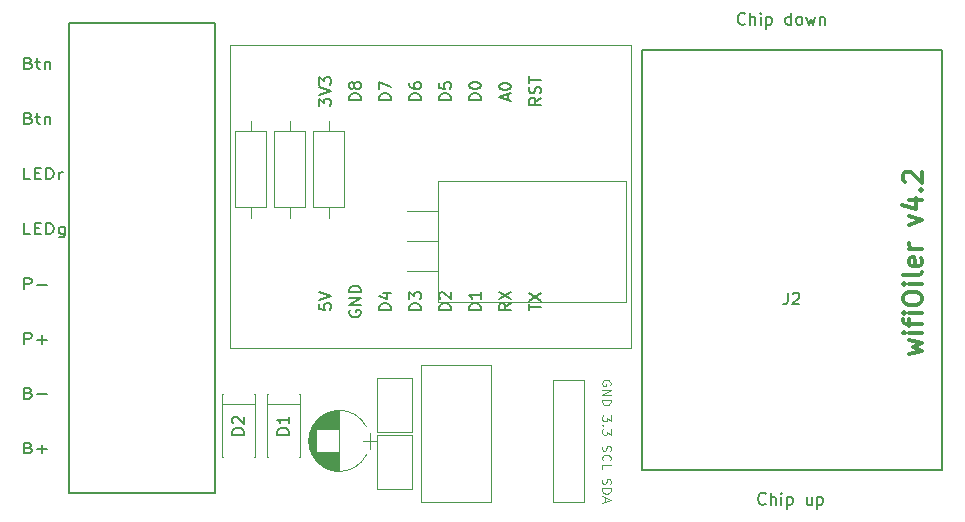
<source format=gto>
G04 #@! TF.GenerationSoftware,KiCad,Pcbnew,(5.1.8)-1*
G04 #@! TF.CreationDate,2021-01-11T10:59:45+01:00*
G04 #@! TF.ProjectId,wifiOiler01,77696669-4f69-46c6-9572-30312e6b6963,4.1*
G04 #@! TF.SameCoordinates,Original*
G04 #@! TF.FileFunction,Legend,Top*
G04 #@! TF.FilePolarity,Positive*
%FSLAX46Y46*%
G04 Gerber Fmt 4.6, Leading zero omitted, Abs format (unit mm)*
G04 Created by KiCad (PCBNEW (5.1.8)-1) date 2021-01-11 10:59:45*
%MOMM*%
%LPD*%
G01*
G04 APERTURE LIST*
%ADD10C,0.150000*%
%ADD11C,0.100000*%
%ADD12C,0.300000*%
%ADD13C,0.200000*%
%ADD14C,0.120000*%
G04 APERTURE END LIST*
D10*
X163996952Y-143105142D02*
X163949333Y-143152761D01*
X163806476Y-143200380D01*
X163711238Y-143200380D01*
X163568380Y-143152761D01*
X163473142Y-143057523D01*
X163425523Y-142962285D01*
X163377904Y-142771809D01*
X163377904Y-142628952D01*
X163425523Y-142438476D01*
X163473142Y-142343238D01*
X163568380Y-142248000D01*
X163711238Y-142200380D01*
X163806476Y-142200380D01*
X163949333Y-142248000D01*
X163996952Y-142295619D01*
X164425523Y-143200380D02*
X164425523Y-142200380D01*
X164854095Y-143200380D02*
X164854095Y-142676571D01*
X164806476Y-142581333D01*
X164711238Y-142533714D01*
X164568380Y-142533714D01*
X164473142Y-142581333D01*
X164425523Y-142628952D01*
X165330285Y-143200380D02*
X165330285Y-142533714D01*
X165330285Y-142200380D02*
X165282666Y-142248000D01*
X165330285Y-142295619D01*
X165377904Y-142248000D01*
X165330285Y-142200380D01*
X165330285Y-142295619D01*
X165806476Y-142533714D02*
X165806476Y-143533714D01*
X165806476Y-142581333D02*
X165901714Y-142533714D01*
X166092190Y-142533714D01*
X166187428Y-142581333D01*
X166235047Y-142628952D01*
X166282666Y-142724190D01*
X166282666Y-143009904D01*
X166235047Y-143105142D01*
X166187428Y-143152761D01*
X166092190Y-143200380D01*
X165901714Y-143200380D01*
X165806476Y-143152761D01*
X167901714Y-142533714D02*
X167901714Y-143200380D01*
X167473142Y-142533714D02*
X167473142Y-143057523D01*
X167520761Y-143152761D01*
X167616000Y-143200380D01*
X167758857Y-143200380D01*
X167854095Y-143152761D01*
X167901714Y-143105142D01*
X168377904Y-142533714D02*
X168377904Y-143533714D01*
X168377904Y-142581333D02*
X168473142Y-142533714D01*
X168663619Y-142533714D01*
X168758857Y-142581333D01*
X168806476Y-142628952D01*
X168854095Y-142724190D01*
X168854095Y-143009904D01*
X168806476Y-143105142D01*
X168758857Y-143152761D01*
X168663619Y-143200380D01*
X168473142Y-143200380D01*
X168377904Y-143152761D01*
X162258761Y-102465142D02*
X162211142Y-102512761D01*
X162068285Y-102560380D01*
X161973047Y-102560380D01*
X161830190Y-102512761D01*
X161734952Y-102417523D01*
X161687333Y-102322285D01*
X161639714Y-102131809D01*
X161639714Y-101988952D01*
X161687333Y-101798476D01*
X161734952Y-101703238D01*
X161830190Y-101608000D01*
X161973047Y-101560380D01*
X162068285Y-101560380D01*
X162211142Y-101608000D01*
X162258761Y-101655619D01*
X162687333Y-102560380D02*
X162687333Y-101560380D01*
X163115904Y-102560380D02*
X163115904Y-102036571D01*
X163068285Y-101941333D01*
X162973047Y-101893714D01*
X162830190Y-101893714D01*
X162734952Y-101941333D01*
X162687333Y-101988952D01*
X163592095Y-102560380D02*
X163592095Y-101893714D01*
X163592095Y-101560380D02*
X163544476Y-101608000D01*
X163592095Y-101655619D01*
X163639714Y-101608000D01*
X163592095Y-101560380D01*
X163592095Y-101655619D01*
X164068285Y-101893714D02*
X164068285Y-102893714D01*
X164068285Y-101941333D02*
X164163523Y-101893714D01*
X164354000Y-101893714D01*
X164449238Y-101941333D01*
X164496857Y-101988952D01*
X164544476Y-102084190D01*
X164544476Y-102369904D01*
X164496857Y-102465142D01*
X164449238Y-102512761D01*
X164354000Y-102560380D01*
X164163523Y-102560380D01*
X164068285Y-102512761D01*
X166163523Y-102560380D02*
X166163523Y-101560380D01*
X166163523Y-102512761D02*
X166068285Y-102560380D01*
X165877809Y-102560380D01*
X165782571Y-102512761D01*
X165734952Y-102465142D01*
X165687333Y-102369904D01*
X165687333Y-102084190D01*
X165734952Y-101988952D01*
X165782571Y-101941333D01*
X165877809Y-101893714D01*
X166068285Y-101893714D01*
X166163523Y-101941333D01*
X166782571Y-102560380D02*
X166687333Y-102512761D01*
X166639714Y-102465142D01*
X166592095Y-102369904D01*
X166592095Y-102084190D01*
X166639714Y-101988952D01*
X166687333Y-101941333D01*
X166782571Y-101893714D01*
X166925428Y-101893714D01*
X167020666Y-101941333D01*
X167068285Y-101988952D01*
X167115904Y-102084190D01*
X167115904Y-102369904D01*
X167068285Y-102465142D01*
X167020666Y-102512761D01*
X166925428Y-102560380D01*
X166782571Y-102560380D01*
X167449238Y-101893714D02*
X167639714Y-102560380D01*
X167830190Y-102084190D01*
X168020666Y-102560380D01*
X168211142Y-101893714D01*
X168592095Y-101893714D02*
X168592095Y-102560380D01*
X168592095Y-101988952D02*
X168639714Y-101941333D01*
X168734952Y-101893714D01*
X168877809Y-101893714D01*
X168973047Y-101941333D01*
X169020666Y-102036571D01*
X169020666Y-102560380D01*
D11*
X150845000Y-133090238D02*
X150878333Y-133014047D01*
X150878333Y-132899761D01*
X150845000Y-132785476D01*
X150778333Y-132709285D01*
X150711666Y-132671190D01*
X150578333Y-132633095D01*
X150478333Y-132633095D01*
X150345000Y-132671190D01*
X150278333Y-132709285D01*
X150211666Y-132785476D01*
X150178333Y-132899761D01*
X150178333Y-132975952D01*
X150211666Y-133090238D01*
X150245000Y-133128333D01*
X150478333Y-133128333D01*
X150478333Y-132975952D01*
X150178333Y-133471190D02*
X150878333Y-133471190D01*
X150178333Y-133928333D01*
X150878333Y-133928333D01*
X150178333Y-134309285D02*
X150878333Y-134309285D01*
X150878333Y-134499761D01*
X150845000Y-134614047D01*
X150778333Y-134690238D01*
X150711666Y-134728333D01*
X150578333Y-134766428D01*
X150478333Y-134766428D01*
X150345000Y-134728333D01*
X150278333Y-134690238D01*
X150211666Y-134614047D01*
X150178333Y-134499761D01*
X150178333Y-134309285D01*
X150878333Y-135642619D02*
X150878333Y-136137857D01*
X150611666Y-135871190D01*
X150611666Y-135985476D01*
X150578333Y-136061666D01*
X150545000Y-136099761D01*
X150478333Y-136137857D01*
X150311666Y-136137857D01*
X150245000Y-136099761D01*
X150211666Y-136061666D01*
X150178333Y-135985476D01*
X150178333Y-135756904D01*
X150211666Y-135680714D01*
X150245000Y-135642619D01*
X150245000Y-136480714D02*
X150211666Y-136518809D01*
X150178333Y-136480714D01*
X150211666Y-136442619D01*
X150245000Y-136480714D01*
X150178333Y-136480714D01*
X150878333Y-136785476D02*
X150878333Y-137280714D01*
X150611666Y-137014047D01*
X150611666Y-137128333D01*
X150578333Y-137204523D01*
X150545000Y-137242619D01*
X150478333Y-137280714D01*
X150311666Y-137280714D01*
X150245000Y-137242619D01*
X150211666Y-137204523D01*
X150178333Y-137128333D01*
X150178333Y-136899761D01*
X150211666Y-136823571D01*
X150245000Y-136785476D01*
X150211666Y-138195000D02*
X150178333Y-138309285D01*
X150178333Y-138499761D01*
X150211666Y-138575952D01*
X150245000Y-138614047D01*
X150311666Y-138652142D01*
X150378333Y-138652142D01*
X150445000Y-138614047D01*
X150478333Y-138575952D01*
X150511666Y-138499761D01*
X150545000Y-138347380D01*
X150578333Y-138271190D01*
X150611666Y-138233095D01*
X150678333Y-138195000D01*
X150745000Y-138195000D01*
X150811666Y-138233095D01*
X150845000Y-138271190D01*
X150878333Y-138347380D01*
X150878333Y-138537857D01*
X150845000Y-138652142D01*
X150245000Y-139452142D02*
X150211666Y-139414047D01*
X150178333Y-139299761D01*
X150178333Y-139223571D01*
X150211666Y-139109285D01*
X150278333Y-139033095D01*
X150345000Y-138995000D01*
X150478333Y-138956904D01*
X150578333Y-138956904D01*
X150711666Y-138995000D01*
X150778333Y-139033095D01*
X150845000Y-139109285D01*
X150878333Y-139223571D01*
X150878333Y-139299761D01*
X150845000Y-139414047D01*
X150811666Y-139452142D01*
X150178333Y-140175952D02*
X150178333Y-139795000D01*
X150878333Y-139795000D01*
X150211666Y-141014047D02*
X150178333Y-141128333D01*
X150178333Y-141318809D01*
X150211666Y-141395000D01*
X150245000Y-141433095D01*
X150311666Y-141471190D01*
X150378333Y-141471190D01*
X150445000Y-141433095D01*
X150478333Y-141395000D01*
X150511666Y-141318809D01*
X150545000Y-141166428D01*
X150578333Y-141090238D01*
X150611666Y-141052142D01*
X150678333Y-141014047D01*
X150745000Y-141014047D01*
X150811666Y-141052142D01*
X150845000Y-141090238D01*
X150878333Y-141166428D01*
X150878333Y-141356904D01*
X150845000Y-141471190D01*
X150178333Y-141814047D02*
X150878333Y-141814047D01*
X150878333Y-142004523D01*
X150845000Y-142118809D01*
X150778333Y-142195000D01*
X150711666Y-142233095D01*
X150578333Y-142271190D01*
X150478333Y-142271190D01*
X150345000Y-142233095D01*
X150278333Y-142195000D01*
X150211666Y-142118809D01*
X150178333Y-142004523D01*
X150178333Y-141814047D01*
X150378333Y-142575952D02*
X150378333Y-142956904D01*
X150178333Y-142499761D02*
X150878333Y-142766428D01*
X150178333Y-143033095D01*
D12*
X176187142Y-130453428D02*
X177253809Y-130148666D01*
X176491904Y-129843904D01*
X177253809Y-129539142D01*
X176187142Y-129234380D01*
X177253809Y-128624857D02*
X176187142Y-128624857D01*
X175653809Y-128624857D02*
X175730000Y-128701047D01*
X175806190Y-128624857D01*
X175730000Y-128548666D01*
X175653809Y-128624857D01*
X175806190Y-128624857D01*
X176187142Y-128091523D02*
X176187142Y-127482000D01*
X177253809Y-127862952D02*
X175882380Y-127862952D01*
X175730000Y-127786761D01*
X175653809Y-127634380D01*
X175653809Y-127482000D01*
X177253809Y-126948666D02*
X176187142Y-126948666D01*
X175653809Y-126948666D02*
X175730000Y-127024857D01*
X175806190Y-126948666D01*
X175730000Y-126872476D01*
X175653809Y-126948666D01*
X175806190Y-126948666D01*
X175653809Y-125882000D02*
X175653809Y-125577238D01*
X175730000Y-125424857D01*
X175882380Y-125272476D01*
X176187142Y-125196285D01*
X176720476Y-125196285D01*
X177025238Y-125272476D01*
X177177619Y-125424857D01*
X177253809Y-125577238D01*
X177253809Y-125882000D01*
X177177619Y-126034380D01*
X177025238Y-126186761D01*
X176720476Y-126262952D01*
X176187142Y-126262952D01*
X175882380Y-126186761D01*
X175730000Y-126034380D01*
X175653809Y-125882000D01*
X177253809Y-124510571D02*
X176187142Y-124510571D01*
X175653809Y-124510571D02*
X175730000Y-124586761D01*
X175806190Y-124510571D01*
X175730000Y-124434380D01*
X175653809Y-124510571D01*
X175806190Y-124510571D01*
X177253809Y-123520095D02*
X177177619Y-123672476D01*
X177025238Y-123748666D01*
X175653809Y-123748666D01*
X177177619Y-122301047D02*
X177253809Y-122453428D01*
X177253809Y-122758190D01*
X177177619Y-122910571D01*
X177025238Y-122986761D01*
X176415714Y-122986761D01*
X176263333Y-122910571D01*
X176187142Y-122758190D01*
X176187142Y-122453428D01*
X176263333Y-122301047D01*
X176415714Y-122224857D01*
X176568095Y-122224857D01*
X176720476Y-122986761D01*
X177253809Y-121539142D02*
X176187142Y-121539142D01*
X176491904Y-121539142D02*
X176339523Y-121462952D01*
X176263333Y-121386761D01*
X176187142Y-121234380D01*
X176187142Y-121082000D01*
X176187142Y-119482000D02*
X177253809Y-119101047D01*
X176187142Y-118720095D01*
X176187142Y-117424857D02*
X177253809Y-117424857D01*
X175577619Y-117805809D02*
X176720476Y-118186761D01*
X176720476Y-117196285D01*
X177101428Y-116586761D02*
X177177619Y-116510571D01*
X177253809Y-116586761D01*
X177177619Y-116662952D01*
X177101428Y-116586761D01*
X177253809Y-116586761D01*
X175806190Y-115901047D02*
X175730000Y-115824857D01*
X175653809Y-115672476D01*
X175653809Y-115291523D01*
X175730000Y-115139142D01*
X175806190Y-115062952D01*
X175958571Y-114986761D01*
X176110952Y-114986761D01*
X176339523Y-115062952D01*
X177253809Y-115977238D01*
X177253809Y-114986761D01*
D13*
X101596571Y-105834714D02*
X101753714Y-105877571D01*
X101806095Y-105920428D01*
X101858476Y-106006142D01*
X101858476Y-106134714D01*
X101806095Y-106220428D01*
X101753714Y-106263285D01*
X101648952Y-106306142D01*
X101229904Y-106306142D01*
X101229904Y-105406142D01*
X101596571Y-105406142D01*
X101701333Y-105449000D01*
X101753714Y-105491857D01*
X101806095Y-105577571D01*
X101806095Y-105663285D01*
X101753714Y-105749000D01*
X101701333Y-105791857D01*
X101596571Y-105834714D01*
X101229904Y-105834714D01*
X102172761Y-105706142D02*
X102591809Y-105706142D01*
X102329904Y-105406142D02*
X102329904Y-106177571D01*
X102382285Y-106263285D01*
X102487047Y-106306142D01*
X102591809Y-106306142D01*
X102958476Y-105706142D02*
X102958476Y-106306142D01*
X102958476Y-105791857D02*
X103010857Y-105749000D01*
X103115619Y-105706142D01*
X103272761Y-105706142D01*
X103377523Y-105749000D01*
X103429904Y-105834714D01*
X103429904Y-106306142D01*
X101596571Y-110484714D02*
X101753714Y-110527571D01*
X101806095Y-110570428D01*
X101858476Y-110656142D01*
X101858476Y-110784714D01*
X101806095Y-110870428D01*
X101753714Y-110913285D01*
X101648952Y-110956142D01*
X101229904Y-110956142D01*
X101229904Y-110056142D01*
X101596571Y-110056142D01*
X101701333Y-110099000D01*
X101753714Y-110141857D01*
X101806095Y-110227571D01*
X101806095Y-110313285D01*
X101753714Y-110399000D01*
X101701333Y-110441857D01*
X101596571Y-110484714D01*
X101229904Y-110484714D01*
X102172761Y-110356142D02*
X102591809Y-110356142D01*
X102329904Y-110056142D02*
X102329904Y-110827571D01*
X102382285Y-110913285D01*
X102487047Y-110956142D01*
X102591809Y-110956142D01*
X102958476Y-110356142D02*
X102958476Y-110956142D01*
X102958476Y-110441857D02*
X103010857Y-110399000D01*
X103115619Y-110356142D01*
X103272761Y-110356142D01*
X103377523Y-110399000D01*
X103429904Y-110484714D01*
X103429904Y-110956142D01*
X101753714Y-115606142D02*
X101229904Y-115606142D01*
X101229904Y-114706142D01*
X102120380Y-115134714D02*
X102487047Y-115134714D01*
X102644190Y-115606142D02*
X102120380Y-115606142D01*
X102120380Y-114706142D01*
X102644190Y-114706142D01*
X103115619Y-115606142D02*
X103115619Y-114706142D01*
X103377523Y-114706142D01*
X103534666Y-114749000D01*
X103639428Y-114834714D01*
X103691809Y-114920428D01*
X103744190Y-115091857D01*
X103744190Y-115220428D01*
X103691809Y-115391857D01*
X103639428Y-115477571D01*
X103534666Y-115563285D01*
X103377523Y-115606142D01*
X103115619Y-115606142D01*
X104215619Y-115606142D02*
X104215619Y-115006142D01*
X104215619Y-115177571D02*
X104268000Y-115091857D01*
X104320380Y-115049000D01*
X104425142Y-115006142D01*
X104529904Y-115006142D01*
X101753714Y-120256142D02*
X101229904Y-120256142D01*
X101229904Y-119356142D01*
X102120380Y-119784714D02*
X102487047Y-119784714D01*
X102644190Y-120256142D02*
X102120380Y-120256142D01*
X102120380Y-119356142D01*
X102644190Y-119356142D01*
X103115619Y-120256142D02*
X103115619Y-119356142D01*
X103377523Y-119356142D01*
X103534666Y-119399000D01*
X103639428Y-119484714D01*
X103691809Y-119570428D01*
X103744190Y-119741857D01*
X103744190Y-119870428D01*
X103691809Y-120041857D01*
X103639428Y-120127571D01*
X103534666Y-120213285D01*
X103377523Y-120256142D01*
X103115619Y-120256142D01*
X104687047Y-119656142D02*
X104687047Y-120384714D01*
X104634666Y-120470428D01*
X104582285Y-120513285D01*
X104477523Y-120556142D01*
X104320380Y-120556142D01*
X104215619Y-120513285D01*
X104687047Y-120213285D02*
X104582285Y-120256142D01*
X104372761Y-120256142D01*
X104268000Y-120213285D01*
X104215619Y-120170428D01*
X104163238Y-120084714D01*
X104163238Y-119827571D01*
X104215619Y-119741857D01*
X104268000Y-119699000D01*
X104372761Y-119656142D01*
X104582285Y-119656142D01*
X104687047Y-119699000D01*
X101229904Y-124906142D02*
X101229904Y-124006142D01*
X101648952Y-124006142D01*
X101753714Y-124049000D01*
X101806095Y-124091857D01*
X101858476Y-124177571D01*
X101858476Y-124306142D01*
X101806095Y-124391857D01*
X101753714Y-124434714D01*
X101648952Y-124477571D01*
X101229904Y-124477571D01*
X102329904Y-124563285D02*
X103168000Y-124563285D01*
X101229904Y-129556142D02*
X101229904Y-128656142D01*
X101648952Y-128656142D01*
X101753714Y-128699000D01*
X101806095Y-128741857D01*
X101858476Y-128827571D01*
X101858476Y-128956142D01*
X101806095Y-129041857D01*
X101753714Y-129084714D01*
X101648952Y-129127571D01*
X101229904Y-129127571D01*
X102329904Y-129213285D02*
X103168000Y-129213285D01*
X102748952Y-129556142D02*
X102748952Y-128870428D01*
X101596571Y-133734714D02*
X101753714Y-133777571D01*
X101806095Y-133820428D01*
X101858476Y-133906142D01*
X101858476Y-134034714D01*
X101806095Y-134120428D01*
X101753714Y-134163285D01*
X101648952Y-134206142D01*
X101229904Y-134206142D01*
X101229904Y-133306142D01*
X101596571Y-133306142D01*
X101701333Y-133349000D01*
X101753714Y-133391857D01*
X101806095Y-133477571D01*
X101806095Y-133563285D01*
X101753714Y-133649000D01*
X101701333Y-133691857D01*
X101596571Y-133734714D01*
X101229904Y-133734714D01*
X102329904Y-133863285D02*
X103168000Y-133863285D01*
X101596571Y-138384714D02*
X101753714Y-138427571D01*
X101806095Y-138470428D01*
X101858476Y-138556142D01*
X101858476Y-138684714D01*
X101806095Y-138770428D01*
X101753714Y-138813285D01*
X101648952Y-138856142D01*
X101229904Y-138856142D01*
X101229904Y-137956142D01*
X101596571Y-137956142D01*
X101701333Y-137999000D01*
X101753714Y-138041857D01*
X101806095Y-138127571D01*
X101806095Y-138213285D01*
X101753714Y-138299000D01*
X101701333Y-138341857D01*
X101596571Y-138384714D01*
X101229904Y-138384714D01*
X102329904Y-138513285D02*
X103168000Y-138513285D01*
X102748952Y-138856142D02*
X102748952Y-138170428D01*
D14*
X127905000Y-140345000D02*
X127905000Y-135245000D01*
X127865000Y-140345000D02*
X127865000Y-138775000D01*
X127865000Y-136815000D02*
X127865000Y-135245000D01*
X127825000Y-140344000D02*
X127825000Y-138775000D01*
X127825000Y-136815000D02*
X127825000Y-135246000D01*
X127785000Y-140343000D02*
X127785000Y-138775000D01*
X127785000Y-136815000D02*
X127785000Y-135247000D01*
X127745000Y-140341000D02*
X127745000Y-138775000D01*
X127745000Y-136815000D02*
X127745000Y-135249000D01*
X127705000Y-140338000D02*
X127705000Y-138775000D01*
X127705000Y-136815000D02*
X127705000Y-135252000D01*
X127665000Y-140334000D02*
X127665000Y-138775000D01*
X127665000Y-136815000D02*
X127665000Y-135256000D01*
X127625000Y-140330000D02*
X127625000Y-138775000D01*
X127625000Y-136815000D02*
X127625000Y-135260000D01*
X127585000Y-140326000D02*
X127585000Y-138775000D01*
X127585000Y-136815000D02*
X127585000Y-135264000D01*
X127545000Y-140320000D02*
X127545000Y-138775000D01*
X127545000Y-136815000D02*
X127545000Y-135270000D01*
X127505000Y-140314000D02*
X127505000Y-138775000D01*
X127505000Y-136815000D02*
X127505000Y-135276000D01*
X127465000Y-140308000D02*
X127465000Y-138775000D01*
X127465000Y-136815000D02*
X127465000Y-135282000D01*
X127425000Y-140301000D02*
X127425000Y-138775000D01*
X127425000Y-136815000D02*
X127425000Y-135289000D01*
X127385000Y-140293000D02*
X127385000Y-138775000D01*
X127385000Y-136815000D02*
X127385000Y-135297000D01*
X127345000Y-140284000D02*
X127345000Y-138775000D01*
X127345000Y-136815000D02*
X127345000Y-135306000D01*
X127305000Y-140275000D02*
X127305000Y-138775000D01*
X127305000Y-136815000D02*
X127305000Y-135315000D01*
X127265000Y-140265000D02*
X127265000Y-138775000D01*
X127265000Y-136815000D02*
X127265000Y-135325000D01*
X127225000Y-140255000D02*
X127225000Y-138775000D01*
X127225000Y-136815000D02*
X127225000Y-135335000D01*
X127184000Y-140243000D02*
X127184000Y-138775000D01*
X127184000Y-136815000D02*
X127184000Y-135347000D01*
X127144000Y-140231000D02*
X127144000Y-138775000D01*
X127144000Y-136815000D02*
X127144000Y-135359000D01*
X127104000Y-140219000D02*
X127104000Y-138775000D01*
X127104000Y-136815000D02*
X127104000Y-135371000D01*
X127064000Y-140205000D02*
X127064000Y-138775000D01*
X127064000Y-136815000D02*
X127064000Y-135385000D01*
X127024000Y-140191000D02*
X127024000Y-138775000D01*
X127024000Y-136815000D02*
X127024000Y-135399000D01*
X126984000Y-140177000D02*
X126984000Y-138775000D01*
X126984000Y-136815000D02*
X126984000Y-135413000D01*
X126944000Y-140161000D02*
X126944000Y-138775000D01*
X126944000Y-136815000D02*
X126944000Y-135429000D01*
X126904000Y-140145000D02*
X126904000Y-138775000D01*
X126904000Y-136815000D02*
X126904000Y-135445000D01*
X126864000Y-140128000D02*
X126864000Y-138775000D01*
X126864000Y-136815000D02*
X126864000Y-135462000D01*
X126824000Y-140110000D02*
X126824000Y-138775000D01*
X126824000Y-136815000D02*
X126824000Y-135480000D01*
X126784000Y-140091000D02*
X126784000Y-138775000D01*
X126784000Y-136815000D02*
X126784000Y-135499000D01*
X126744000Y-140071000D02*
X126744000Y-138775000D01*
X126744000Y-136815000D02*
X126744000Y-135519000D01*
X126704000Y-140051000D02*
X126704000Y-138775000D01*
X126704000Y-136815000D02*
X126704000Y-135539000D01*
X126664000Y-140029000D02*
X126664000Y-138775000D01*
X126664000Y-136815000D02*
X126664000Y-135561000D01*
X126624000Y-140007000D02*
X126624000Y-138775000D01*
X126624000Y-136815000D02*
X126624000Y-135583000D01*
X126584000Y-139984000D02*
X126584000Y-138775000D01*
X126584000Y-136815000D02*
X126584000Y-135606000D01*
X126544000Y-139960000D02*
X126544000Y-138775000D01*
X126544000Y-136815000D02*
X126544000Y-135630000D01*
X126504000Y-139935000D02*
X126504000Y-138775000D01*
X126504000Y-136815000D02*
X126504000Y-135655000D01*
X126464000Y-139908000D02*
X126464000Y-138775000D01*
X126464000Y-136815000D02*
X126464000Y-135682000D01*
X126424000Y-139881000D02*
X126424000Y-138775000D01*
X126424000Y-136815000D02*
X126424000Y-135709000D01*
X126384000Y-139853000D02*
X126384000Y-138775000D01*
X126384000Y-136815000D02*
X126384000Y-135737000D01*
X126344000Y-139823000D02*
X126344000Y-138775000D01*
X126344000Y-136815000D02*
X126344000Y-135767000D01*
X126304000Y-139792000D02*
X126304000Y-138775000D01*
X126304000Y-136815000D02*
X126304000Y-135798000D01*
X126264000Y-139760000D02*
X126264000Y-138775000D01*
X126264000Y-136815000D02*
X126264000Y-135830000D01*
X126224000Y-139727000D02*
X126224000Y-138775000D01*
X126224000Y-136815000D02*
X126224000Y-135863000D01*
X126184000Y-139692000D02*
X126184000Y-138775000D01*
X126184000Y-136815000D02*
X126184000Y-135898000D01*
X126144000Y-139656000D02*
X126144000Y-138775000D01*
X126144000Y-136815000D02*
X126144000Y-135934000D01*
X126104000Y-139618000D02*
X126104000Y-138775000D01*
X126104000Y-136815000D02*
X126104000Y-135972000D01*
X126064000Y-139578000D02*
X126064000Y-138775000D01*
X126064000Y-136815000D02*
X126064000Y-136012000D01*
X126024000Y-139537000D02*
X126024000Y-138775000D01*
X126024000Y-136815000D02*
X126024000Y-136053000D01*
X125984000Y-139494000D02*
X125984000Y-138775000D01*
X125984000Y-136815000D02*
X125984000Y-136096000D01*
X125944000Y-139449000D02*
X125944000Y-138775000D01*
X125944000Y-136815000D02*
X125944000Y-136141000D01*
X125904000Y-139401000D02*
X125904000Y-136189000D01*
X125864000Y-139351000D02*
X125864000Y-136239000D01*
X125824000Y-139299000D02*
X125824000Y-136291000D01*
X125784000Y-139243000D02*
X125784000Y-136347000D01*
X125744000Y-139185000D02*
X125744000Y-136405000D01*
X125704000Y-139122000D02*
X125704000Y-136468000D01*
X125664000Y-139056000D02*
X125664000Y-136534000D01*
X125624000Y-138984000D02*
X125624000Y-136606000D01*
X125584000Y-138907000D02*
X125584000Y-136683000D01*
X125544000Y-138823000D02*
X125544000Y-136767000D01*
X125504000Y-138729000D02*
X125504000Y-136861000D01*
X125464000Y-138624000D02*
X125464000Y-136966000D01*
X125424000Y-138502000D02*
X125424000Y-137088000D01*
X125384000Y-138354000D02*
X125384000Y-137236000D01*
X125344000Y-138149000D02*
X125344000Y-137441000D01*
X131105000Y-137795000D02*
X129905000Y-137795000D01*
X130505000Y-138445000D02*
X130505000Y-137145000D01*
X125599278Y-136615277D02*
G75*
G03*
X125599420Y-138975000I2305722J-1179723D01*
G01*
X125599278Y-136615277D02*
G75*
G02*
X130210580Y-136615000I2305722J-1179723D01*
G01*
X125599278Y-138974723D02*
G75*
G03*
X130210580Y-138975000I2305722J1179723D01*
G01*
D10*
X153500000Y-104700000D02*
X178900000Y-104700000D01*
X178900000Y-104700000D02*
X178900000Y-140260000D01*
X178900000Y-140260000D02*
X153500000Y-140260000D01*
X153500000Y-140260000D02*
X153500000Y-104700000D01*
D14*
X128310000Y-111598000D02*
X125690000Y-111598000D01*
X125690000Y-111598000D02*
X125690000Y-118018000D01*
X125690000Y-118018000D02*
X128310000Y-118018000D01*
X128310000Y-118018000D02*
X128310000Y-111598000D01*
X127000000Y-110708000D02*
X127000000Y-111598000D01*
X127000000Y-118908000D02*
X127000000Y-118018000D01*
X140795000Y-131360000D02*
X140795000Y-142960000D01*
X140795000Y-142960000D02*
X134795000Y-142960000D01*
X140795000Y-131360000D02*
X134795000Y-131360000D01*
X134795000Y-131360000D02*
X134795000Y-142960000D01*
X131088000Y-141873000D02*
X134088000Y-141873000D01*
X134088000Y-141873000D02*
X134088000Y-137273000D01*
X131088000Y-137273000D02*
X134088000Y-137273000D01*
X131088000Y-141873000D02*
X131088000Y-137273000D01*
X134088000Y-132447000D02*
X134088000Y-137047000D01*
X134088000Y-137047000D02*
X131088000Y-137047000D01*
X131088000Y-132447000D02*
X131088000Y-137047000D01*
X134088000Y-132447000D02*
X131088000Y-132447000D01*
X121706000Y-111598000D02*
X119086000Y-111598000D01*
X119086000Y-111598000D02*
X119086000Y-118018000D01*
X119086000Y-118018000D02*
X121706000Y-118018000D01*
X121706000Y-118018000D02*
X121706000Y-111598000D01*
X120396000Y-110708000D02*
X120396000Y-111598000D01*
X120396000Y-118908000D02*
X120396000Y-118018000D01*
X125008000Y-111598000D02*
X122388000Y-111598000D01*
X122388000Y-111598000D02*
X122388000Y-118018000D01*
X122388000Y-118018000D02*
X125008000Y-118018000D01*
X125008000Y-118018000D02*
X125008000Y-111598000D01*
X123698000Y-110708000D02*
X123698000Y-111598000D01*
X123698000Y-118908000D02*
X123698000Y-118018000D01*
X136278000Y-115784000D02*
X136278000Y-126024000D01*
X152168000Y-115784000D02*
X152168000Y-126024000D01*
X152168000Y-115784000D02*
X136278000Y-115784000D01*
X152168000Y-126024000D02*
X136278000Y-126024000D01*
X136278000Y-118364000D02*
X133638000Y-118364000D01*
X136278000Y-120904000D02*
X133654000Y-120904000D01*
X136278000Y-123444000D02*
X133654000Y-123444000D01*
D10*
X117348000Y-142240000D02*
X104993140Y-142240000D01*
X117348000Y-102440000D02*
X104993140Y-102440000D01*
X104993140Y-142240000D02*
X104993140Y-102440000D01*
X117348000Y-142240000D02*
X117348000Y-102440000D01*
D14*
X152636000Y-104294000D02*
X152636000Y-129894000D01*
X152636000Y-129894000D02*
X118636000Y-129894000D01*
X118636000Y-104294000D02*
X118636000Y-129894000D01*
X152636000Y-104294000D02*
X118636000Y-104294000D01*
X148650000Y-132655000D02*
X145990000Y-132655000D01*
X148650000Y-142935000D02*
X148650000Y-132655000D01*
X145990000Y-142935000D02*
X145990000Y-132655000D01*
X148650000Y-142935000D02*
X145990000Y-142935000D01*
X120660000Y-133865000D02*
X120790000Y-133865000D01*
X120790000Y-133865000D02*
X120790000Y-139185000D01*
X120790000Y-139185000D02*
X120660000Y-139185000D01*
X118100000Y-133865000D02*
X117970000Y-133865000D01*
X117970000Y-133865000D02*
X117970000Y-139185000D01*
X117970000Y-139185000D02*
X118100000Y-139185000D01*
X120790000Y-134705000D02*
X117970000Y-134705000D01*
X124470000Y-133865000D02*
X124600000Y-133865000D01*
X124600000Y-133865000D02*
X124600000Y-139185000D01*
X124600000Y-139185000D02*
X124470000Y-139185000D01*
X121910000Y-133865000D02*
X121780000Y-133865000D01*
X121780000Y-133865000D02*
X121780000Y-139185000D01*
X121780000Y-139185000D02*
X121910000Y-139185000D01*
X124600000Y-134705000D02*
X121780000Y-134705000D01*
D10*
X178900000Y-104700000D02*
X178900000Y-140260000D01*
X153500000Y-104700000D02*
X178900000Y-104700000D01*
X153500000Y-140260000D02*
X153500000Y-104700000D01*
X178900000Y-140260000D02*
X153500000Y-140260000D01*
X126198380Y-126174476D02*
X126198380Y-126650666D01*
X126674571Y-126698285D01*
X126626952Y-126650666D01*
X126579333Y-126555428D01*
X126579333Y-126317333D01*
X126626952Y-126222095D01*
X126674571Y-126174476D01*
X126769809Y-126126857D01*
X127007904Y-126126857D01*
X127103142Y-126174476D01*
X127150761Y-126222095D01*
X127198380Y-126317333D01*
X127198380Y-126555428D01*
X127150761Y-126650666D01*
X127103142Y-126698285D01*
X126198380Y-125841142D02*
X127198380Y-125507809D01*
X126198380Y-125174476D01*
X128786000Y-126745904D02*
X128738380Y-126841142D01*
X128738380Y-126984000D01*
X128786000Y-127126857D01*
X128881238Y-127222095D01*
X128976476Y-127269714D01*
X129166952Y-127317333D01*
X129309809Y-127317333D01*
X129500285Y-127269714D01*
X129595523Y-127222095D01*
X129690761Y-127126857D01*
X129738380Y-126984000D01*
X129738380Y-126888761D01*
X129690761Y-126745904D01*
X129643142Y-126698285D01*
X129309809Y-126698285D01*
X129309809Y-126888761D01*
X129738380Y-126269714D02*
X128738380Y-126269714D01*
X129738380Y-125698285D01*
X128738380Y-125698285D01*
X129738380Y-125222095D02*
X128738380Y-125222095D01*
X128738380Y-124984000D01*
X128786000Y-124841142D01*
X128881238Y-124745904D01*
X128976476Y-124698285D01*
X129166952Y-124650666D01*
X129309809Y-124650666D01*
X129500285Y-124698285D01*
X129595523Y-124745904D01*
X129690761Y-124841142D01*
X129738380Y-124984000D01*
X129738380Y-125222095D01*
X132278380Y-126722095D02*
X131278380Y-126722095D01*
X131278380Y-126484000D01*
X131326000Y-126341142D01*
X131421238Y-126245904D01*
X131516476Y-126198285D01*
X131706952Y-126150666D01*
X131849809Y-126150666D01*
X132040285Y-126198285D01*
X132135523Y-126245904D01*
X132230761Y-126341142D01*
X132278380Y-126484000D01*
X132278380Y-126722095D01*
X131611714Y-125293523D02*
X132278380Y-125293523D01*
X131230761Y-125531619D02*
X131945047Y-125769714D01*
X131945047Y-125150666D01*
X134818380Y-126722095D02*
X133818380Y-126722095D01*
X133818380Y-126484000D01*
X133866000Y-126341142D01*
X133961238Y-126245904D01*
X134056476Y-126198285D01*
X134246952Y-126150666D01*
X134389809Y-126150666D01*
X134580285Y-126198285D01*
X134675523Y-126245904D01*
X134770761Y-126341142D01*
X134818380Y-126484000D01*
X134818380Y-126722095D01*
X133818380Y-125817333D02*
X133818380Y-125198285D01*
X134199333Y-125531619D01*
X134199333Y-125388761D01*
X134246952Y-125293523D01*
X134294571Y-125245904D01*
X134389809Y-125198285D01*
X134627904Y-125198285D01*
X134723142Y-125245904D01*
X134770761Y-125293523D01*
X134818380Y-125388761D01*
X134818380Y-125674476D01*
X134770761Y-125769714D01*
X134723142Y-125817333D01*
X137358380Y-126722095D02*
X136358380Y-126722095D01*
X136358380Y-126484000D01*
X136406000Y-126341142D01*
X136501238Y-126245904D01*
X136596476Y-126198285D01*
X136786952Y-126150666D01*
X136929809Y-126150666D01*
X137120285Y-126198285D01*
X137215523Y-126245904D01*
X137310761Y-126341142D01*
X137358380Y-126484000D01*
X137358380Y-126722095D01*
X136453619Y-125769714D02*
X136406000Y-125722095D01*
X136358380Y-125626857D01*
X136358380Y-125388761D01*
X136406000Y-125293523D01*
X136453619Y-125245904D01*
X136548857Y-125198285D01*
X136644095Y-125198285D01*
X136786952Y-125245904D01*
X137358380Y-125817333D01*
X137358380Y-125198285D01*
X139898380Y-126722095D02*
X138898380Y-126722095D01*
X138898380Y-126484000D01*
X138946000Y-126341142D01*
X139041238Y-126245904D01*
X139136476Y-126198285D01*
X139326952Y-126150666D01*
X139469809Y-126150666D01*
X139660285Y-126198285D01*
X139755523Y-126245904D01*
X139850761Y-126341142D01*
X139898380Y-126484000D01*
X139898380Y-126722095D01*
X139898380Y-125198285D02*
X139898380Y-125769714D01*
X139898380Y-125484000D02*
X138898380Y-125484000D01*
X139041238Y-125579238D01*
X139136476Y-125674476D01*
X139184095Y-125769714D01*
X142438380Y-126150666D02*
X141962190Y-126484000D01*
X142438380Y-126722095D02*
X141438380Y-126722095D01*
X141438380Y-126341142D01*
X141486000Y-126245904D01*
X141533619Y-126198285D01*
X141628857Y-126150666D01*
X141771714Y-126150666D01*
X141866952Y-126198285D01*
X141914571Y-126245904D01*
X141962190Y-126341142D01*
X141962190Y-126722095D01*
X141438380Y-125817333D02*
X142438380Y-125150666D01*
X141438380Y-125150666D02*
X142438380Y-125817333D01*
X143978380Y-126745904D02*
X143978380Y-126174476D01*
X144978380Y-126460190D02*
X143978380Y-126460190D01*
X143978380Y-125936380D02*
X144978380Y-125269714D01*
X143978380Y-125269714D02*
X144978380Y-125936380D01*
X126198380Y-109442095D02*
X126198380Y-108823047D01*
X126579333Y-109156380D01*
X126579333Y-109013523D01*
X126626952Y-108918285D01*
X126674571Y-108870666D01*
X126769809Y-108823047D01*
X127007904Y-108823047D01*
X127103142Y-108870666D01*
X127150761Y-108918285D01*
X127198380Y-109013523D01*
X127198380Y-109299238D01*
X127150761Y-109394476D01*
X127103142Y-109442095D01*
X126198380Y-108537333D02*
X127198380Y-108204000D01*
X126198380Y-107870666D01*
X126198380Y-107632571D02*
X126198380Y-107013523D01*
X126579333Y-107346857D01*
X126579333Y-107204000D01*
X126626952Y-107108761D01*
X126674571Y-107061142D01*
X126769809Y-107013523D01*
X127007904Y-107013523D01*
X127103142Y-107061142D01*
X127150761Y-107108761D01*
X127198380Y-107204000D01*
X127198380Y-107489714D01*
X127150761Y-107584952D01*
X127103142Y-107632571D01*
X129738380Y-108942095D02*
X128738380Y-108942095D01*
X128738380Y-108704000D01*
X128786000Y-108561142D01*
X128881238Y-108465904D01*
X128976476Y-108418285D01*
X129166952Y-108370666D01*
X129309809Y-108370666D01*
X129500285Y-108418285D01*
X129595523Y-108465904D01*
X129690761Y-108561142D01*
X129738380Y-108704000D01*
X129738380Y-108942095D01*
X129166952Y-107799238D02*
X129119333Y-107894476D01*
X129071714Y-107942095D01*
X128976476Y-107989714D01*
X128928857Y-107989714D01*
X128833619Y-107942095D01*
X128786000Y-107894476D01*
X128738380Y-107799238D01*
X128738380Y-107608761D01*
X128786000Y-107513523D01*
X128833619Y-107465904D01*
X128928857Y-107418285D01*
X128976476Y-107418285D01*
X129071714Y-107465904D01*
X129119333Y-107513523D01*
X129166952Y-107608761D01*
X129166952Y-107799238D01*
X129214571Y-107894476D01*
X129262190Y-107942095D01*
X129357428Y-107989714D01*
X129547904Y-107989714D01*
X129643142Y-107942095D01*
X129690761Y-107894476D01*
X129738380Y-107799238D01*
X129738380Y-107608761D01*
X129690761Y-107513523D01*
X129643142Y-107465904D01*
X129547904Y-107418285D01*
X129357428Y-107418285D01*
X129262190Y-107465904D01*
X129214571Y-107513523D01*
X129166952Y-107608761D01*
X132278380Y-108942095D02*
X131278380Y-108942095D01*
X131278380Y-108704000D01*
X131326000Y-108561142D01*
X131421238Y-108465904D01*
X131516476Y-108418285D01*
X131706952Y-108370666D01*
X131849809Y-108370666D01*
X132040285Y-108418285D01*
X132135523Y-108465904D01*
X132230761Y-108561142D01*
X132278380Y-108704000D01*
X132278380Y-108942095D01*
X131278380Y-108037333D02*
X131278380Y-107370666D01*
X132278380Y-107799238D01*
X134818380Y-108942095D02*
X133818380Y-108942095D01*
X133818380Y-108704000D01*
X133866000Y-108561142D01*
X133961238Y-108465904D01*
X134056476Y-108418285D01*
X134246952Y-108370666D01*
X134389809Y-108370666D01*
X134580285Y-108418285D01*
X134675523Y-108465904D01*
X134770761Y-108561142D01*
X134818380Y-108704000D01*
X134818380Y-108942095D01*
X133818380Y-107513523D02*
X133818380Y-107704000D01*
X133866000Y-107799238D01*
X133913619Y-107846857D01*
X134056476Y-107942095D01*
X134246952Y-107989714D01*
X134627904Y-107989714D01*
X134723142Y-107942095D01*
X134770761Y-107894476D01*
X134818380Y-107799238D01*
X134818380Y-107608761D01*
X134770761Y-107513523D01*
X134723142Y-107465904D01*
X134627904Y-107418285D01*
X134389809Y-107418285D01*
X134294571Y-107465904D01*
X134246952Y-107513523D01*
X134199333Y-107608761D01*
X134199333Y-107799238D01*
X134246952Y-107894476D01*
X134294571Y-107942095D01*
X134389809Y-107989714D01*
X137358380Y-108942095D02*
X136358380Y-108942095D01*
X136358380Y-108704000D01*
X136406000Y-108561142D01*
X136501238Y-108465904D01*
X136596476Y-108418285D01*
X136786952Y-108370666D01*
X136929809Y-108370666D01*
X137120285Y-108418285D01*
X137215523Y-108465904D01*
X137310761Y-108561142D01*
X137358380Y-108704000D01*
X137358380Y-108942095D01*
X136358380Y-107465904D02*
X136358380Y-107942095D01*
X136834571Y-107989714D01*
X136786952Y-107942095D01*
X136739333Y-107846857D01*
X136739333Y-107608761D01*
X136786952Y-107513523D01*
X136834571Y-107465904D01*
X136929809Y-107418285D01*
X137167904Y-107418285D01*
X137263142Y-107465904D01*
X137310761Y-107513523D01*
X137358380Y-107608761D01*
X137358380Y-107846857D01*
X137310761Y-107942095D01*
X137263142Y-107989714D01*
X139898380Y-108942095D02*
X138898380Y-108942095D01*
X138898380Y-108704000D01*
X138946000Y-108561142D01*
X139041238Y-108465904D01*
X139136476Y-108418285D01*
X139326952Y-108370666D01*
X139469809Y-108370666D01*
X139660285Y-108418285D01*
X139755523Y-108465904D01*
X139850761Y-108561142D01*
X139898380Y-108704000D01*
X139898380Y-108942095D01*
X138898380Y-107751619D02*
X138898380Y-107656380D01*
X138946000Y-107561142D01*
X138993619Y-107513523D01*
X139088857Y-107465904D01*
X139279333Y-107418285D01*
X139517428Y-107418285D01*
X139707904Y-107465904D01*
X139803142Y-107513523D01*
X139850761Y-107561142D01*
X139898380Y-107656380D01*
X139898380Y-107751619D01*
X139850761Y-107846857D01*
X139803142Y-107894476D01*
X139707904Y-107942095D01*
X139517428Y-107989714D01*
X139279333Y-107989714D01*
X139088857Y-107942095D01*
X138993619Y-107894476D01*
X138946000Y-107846857D01*
X138898380Y-107751619D01*
X142152666Y-108918285D02*
X142152666Y-108442095D01*
X142438380Y-109013523D02*
X141438380Y-108680190D01*
X142438380Y-108346857D01*
X141438380Y-107823047D02*
X141438380Y-107727809D01*
X141486000Y-107632571D01*
X141533619Y-107584952D01*
X141628857Y-107537333D01*
X141819333Y-107489714D01*
X142057428Y-107489714D01*
X142247904Y-107537333D01*
X142343142Y-107584952D01*
X142390761Y-107632571D01*
X142438380Y-107727809D01*
X142438380Y-107823047D01*
X142390761Y-107918285D01*
X142343142Y-107965904D01*
X142247904Y-108013523D01*
X142057428Y-108061142D01*
X141819333Y-108061142D01*
X141628857Y-108013523D01*
X141533619Y-107965904D01*
X141486000Y-107918285D01*
X141438380Y-107823047D01*
X144978380Y-108751619D02*
X144502190Y-109084952D01*
X144978380Y-109323047D02*
X143978380Y-109323047D01*
X143978380Y-108942095D01*
X144026000Y-108846857D01*
X144073619Y-108799238D01*
X144168857Y-108751619D01*
X144311714Y-108751619D01*
X144406952Y-108799238D01*
X144454571Y-108846857D01*
X144502190Y-108942095D01*
X144502190Y-109323047D01*
X144930761Y-108370666D02*
X144978380Y-108227809D01*
X144978380Y-107989714D01*
X144930761Y-107894476D01*
X144883142Y-107846857D01*
X144787904Y-107799238D01*
X144692666Y-107799238D01*
X144597428Y-107846857D01*
X144549809Y-107894476D01*
X144502190Y-107989714D01*
X144454571Y-108180190D01*
X144406952Y-108275428D01*
X144359333Y-108323047D01*
X144264095Y-108370666D01*
X144168857Y-108370666D01*
X144073619Y-108323047D01*
X144026000Y-108275428D01*
X143978380Y-108180190D01*
X143978380Y-107942095D01*
X144026000Y-107799238D01*
X143978380Y-107513523D02*
X143978380Y-106942095D01*
X144978380Y-107227809D02*
X143978380Y-107227809D01*
X119832380Y-137263095D02*
X118832380Y-137263095D01*
X118832380Y-137025000D01*
X118880000Y-136882142D01*
X118975238Y-136786904D01*
X119070476Y-136739285D01*
X119260952Y-136691666D01*
X119403809Y-136691666D01*
X119594285Y-136739285D01*
X119689523Y-136786904D01*
X119784761Y-136882142D01*
X119832380Y-137025000D01*
X119832380Y-137263095D01*
X118927619Y-136310714D02*
X118880000Y-136263095D01*
X118832380Y-136167857D01*
X118832380Y-135929761D01*
X118880000Y-135834523D01*
X118927619Y-135786904D01*
X119022857Y-135739285D01*
X119118095Y-135739285D01*
X119260952Y-135786904D01*
X119832380Y-136358333D01*
X119832380Y-135739285D01*
X123642380Y-137263095D02*
X122642380Y-137263095D01*
X122642380Y-137025000D01*
X122690000Y-136882142D01*
X122785238Y-136786904D01*
X122880476Y-136739285D01*
X123070952Y-136691666D01*
X123213809Y-136691666D01*
X123404285Y-136739285D01*
X123499523Y-136786904D01*
X123594761Y-136882142D01*
X123642380Y-137025000D01*
X123642380Y-137263095D01*
X123642380Y-135739285D02*
X123642380Y-136310714D01*
X123642380Y-136025000D02*
X122642380Y-136025000D01*
X122785238Y-136120238D01*
X122880476Y-136215476D01*
X122928095Y-136310714D01*
X165866666Y-125242380D02*
X165866666Y-125956666D01*
X165819047Y-126099523D01*
X165723809Y-126194761D01*
X165580952Y-126242380D01*
X165485714Y-126242380D01*
X166295238Y-125337619D02*
X166342857Y-125290000D01*
X166438095Y-125242380D01*
X166676190Y-125242380D01*
X166771428Y-125290000D01*
X166819047Y-125337619D01*
X166866666Y-125432857D01*
X166866666Y-125528095D01*
X166819047Y-125670952D01*
X166247619Y-126242380D01*
X166866666Y-126242380D01*
M02*

</source>
